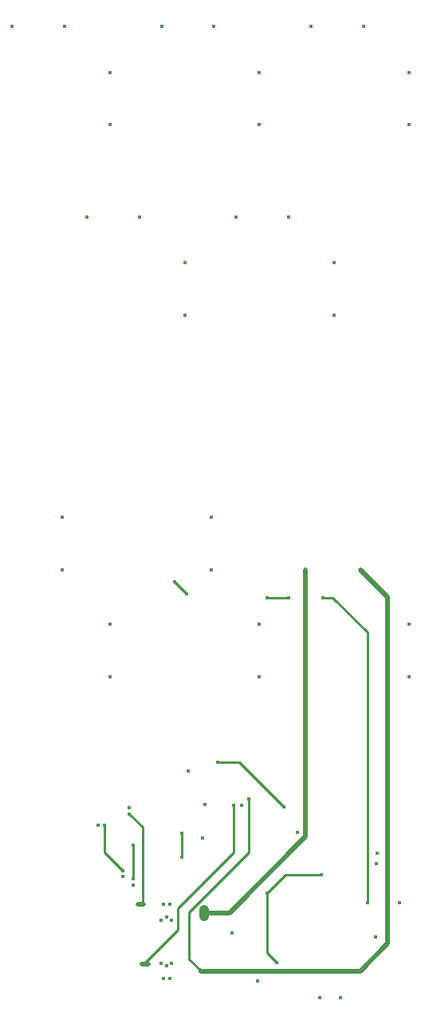
<source format=gbr>
%TF.GenerationSoftware,KiCad,Pcbnew,7.0.6*%
%TF.CreationDate,2023-07-23T13:51:40-05:00*%
%TF.ProjectId,ssi2131_ref,73736932-3133-4315-9f72-65662e6b6963,rev?*%
%TF.SameCoordinates,Original*%
%TF.FileFunction,Copper,L4,Bot*%
%TF.FilePolarity,Positive*%
%FSLAX46Y46*%
G04 Gerber Fmt 4.6, Leading zero omitted, Abs format (unit mm)*
G04 Created by KiCad (PCBNEW 7.0.6) date 2023-07-23 13:51:40*
%MOMM*%
%LPD*%
G01*
G04 APERTURE LIST*
%TA.AperFunction,ViaPad*%
%ADD10C,0.450000*%
%TD*%
%TA.AperFunction,Conductor*%
%ADD11C,0.250000*%
%TD*%
%TA.AperFunction,Conductor*%
%ADD12C,0.254000*%
%TD*%
%TA.AperFunction,Conductor*%
%ADD13C,0.508000*%
%TD*%
%TA.AperFunction,Conductor*%
%ADD14C,1.016000*%
%TD*%
G04 APERTURE END LIST*
D10*
%TO.N,+12V*%
X141097000Y-121350303D03*
X141960600Y-130937000D03*
X142585103Y-130937000D03*
%TO.N,GND*%
X154900000Y-106789250D03*
X144490697Y-137185400D03*
X144689750Y-138861800D03*
X157991500Y-58032000D03*
X145585051Y-132613400D03*
X170756500Y-48260000D03*
X128640250Y-37839000D03*
X144687498Y-130937000D03*
X149780000Y-95493250D03*
X154900000Y-48260000D03*
X133923500Y-89926750D03*
X162828250Y-62868750D03*
X145388250Y-138861800D03*
X145034000Y-132334000D03*
X169740500Y-130817700D03*
X134206750Y-37839000D03*
X139043500Y-48260000D03*
X149072600Y-120370600D03*
X167259000Y-134416800D03*
X140358104Y-128030294D03*
X139043500Y-42693500D03*
X145592800Y-137185400D03*
X148844000Y-123952000D03*
X162828250Y-68435250D03*
X145385998Y-130937000D03*
X144496750Y-37839000D03*
X170756500Y-106789250D03*
X158945500Y-123375500D03*
X142135000Y-58032000D03*
X141478000Y-128930400D03*
X152019000Y-134012000D03*
X144482948Y-132613400D03*
X146971750Y-62868750D03*
X133923500Y-95493250D03*
X147320000Y-116840000D03*
X165919750Y-37839000D03*
X161316000Y-140843000D03*
X136568500Y-58032000D03*
X167386000Y-125526800D03*
X145041748Y-137464800D03*
X137780497Y-122555000D03*
X152425000Y-58032000D03*
X139043500Y-101222750D03*
X154900000Y-101222750D03*
X146971750Y-68435250D03*
X167290000Y-126664000D03*
X154900000Y-42693500D03*
X141097000Y-120700800D03*
X152991894Y-120492475D03*
X163475000Y-140823000D03*
X170756500Y-42693500D03*
X150063250Y-37839000D03*
X139043500Y-106789250D03*
X149780000Y-89926750D03*
X160353250Y-37839000D03*
X170756500Y-101222750D03*
X154686000Y-139060000D03*
%TO.N,+5V*%
X158292800Y-125298200D03*
X159803500Y-95504000D03*
X148996400Y-131572000D03*
X148996400Y-132196503D03*
%TO.N,-5V*%
X153797000Y-119754000D03*
X148590000Y-138049000D03*
X165636500Y-95504000D03*
X149199600Y-138049000D03*
X167386000Y-136271000D03*
%TO.N,-12V*%
X143076200Y-137278503D03*
X142451697Y-137278503D03*
X152146000Y-120492475D03*
%TO.N,VREF*%
X155690532Y-129794000D03*
X145923000Y-96774000D03*
X156718000Y-137160000D03*
X161485500Y-127825500D03*
X146685000Y-125984000D03*
X147193000Y-98044000D03*
X146685000Y-123444000D03*
%TO.N,PWM_CTRL*%
X150458650Y-115911150D03*
X157480000Y-120650000D03*
%TO.N,EXPO FREQ POT*%
X166370000Y-130810000D03*
X157988000Y-98425000D03*
X161624192Y-98425000D03*
X155702000Y-98425000D03*
%TO.N,SAW OUT*%
X138430000Y-122555000D03*
X140374580Y-127381000D03*
%TO.N,TRI OUT*%
X141478000Y-128270000D03*
X141478000Y-124714000D03*
%TD*%
D11*
%TO.N,VREF*%
X155690532Y-136132532D02*
X155690532Y-129794000D01*
X156718000Y-137160000D02*
X155690532Y-136132532D01*
D12*
%TO.N,+12V*%
X141097000Y-121350303D02*
X142519400Y-122772703D01*
D13*
X142585103Y-130937000D02*
X141960600Y-130937000D01*
D12*
X142519400Y-130871297D02*
X142585103Y-130937000D01*
X142519400Y-122772703D02*
X142519400Y-130871297D01*
D13*
%TO.N,+5V*%
X159803500Y-95504000D02*
X159803500Y-123787500D01*
X159803500Y-123787500D02*
X151714200Y-131876800D01*
X151714200Y-131876800D02*
X149301200Y-131876800D01*
D14*
X148996400Y-131572000D02*
X148996400Y-132196503D01*
D12*
%TO.N,-5V*%
X147447000Y-131826000D02*
X147447000Y-136779000D01*
D13*
X168529000Y-135128000D02*
X168529000Y-98396500D01*
D12*
X153797000Y-125476000D02*
X147447000Y-131826000D01*
D13*
X149199600Y-138049000D02*
X165608000Y-138049000D01*
D12*
X148717000Y-138049000D02*
X148590000Y-138049000D01*
D13*
X165608000Y-138049000D02*
X168529000Y-135128000D01*
D12*
X153797000Y-119888000D02*
X153797000Y-125476000D01*
X147447000Y-136779000D02*
X148590000Y-137922000D01*
D13*
X148717000Y-138049000D02*
X149199600Y-138049000D01*
X168529000Y-98396500D02*
X165636500Y-95504000D01*
%TO.N,-12V*%
X142959697Y-137278503D02*
X143076200Y-137278503D01*
D12*
X146214500Y-133693500D02*
X142629497Y-137278503D01*
X146214500Y-131407500D02*
X146214500Y-133693500D01*
D13*
X143076200Y-137278503D02*
X142451697Y-137278503D01*
D12*
X152146000Y-120446800D02*
X152146000Y-125476000D01*
X152146000Y-125476000D02*
X146214500Y-131407500D01*
D11*
%TO.N,VREF*%
X157659032Y-127825500D02*
X161485500Y-127825500D01*
D12*
X147193000Y-98044000D02*
X145923000Y-96774000D01*
D11*
X155690532Y-129794000D02*
X157659032Y-127825500D01*
D12*
X146685000Y-125984000D02*
X146685000Y-123444000D01*
%TO.N,PWM_CTRL*%
X152741150Y-115911150D02*
X157480000Y-120650000D01*
X150458650Y-115911150D02*
X152741150Y-115911150D01*
%TO.N,EXPO FREQ POT*%
X166370000Y-130810000D02*
X166370000Y-102108000D01*
X166370000Y-102108000D02*
X162687000Y-98425000D01*
X157988000Y-98425000D02*
X155702000Y-98425000D01*
X162687000Y-98425000D02*
X161624192Y-98425000D01*
%TO.N,SAW OUT*%
X140374580Y-127381000D02*
X138430000Y-125436420D01*
X138430000Y-125436420D02*
X138430000Y-122555000D01*
%TO.N,TRI OUT*%
X141478000Y-124714000D02*
X141478000Y-128270000D01*
%TD*%
M02*

</source>
